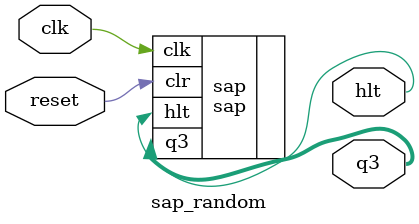
<source format=sv>
/*
* sap top level module that incorporates the random number generator
* to allow bitstream generation without Vivado interferance
*/
`include "../random_number_generator.sv"

module sap_random(
    input logic clk,
    input logic reset,
    output logic hlt,
    output logic [7:0] q3
    );

sap sap (
    .clk(clk),
    .clr(reset),
    .hlt(hlt),
    .q3(q3[7:0])
);

endmodule
</source>
